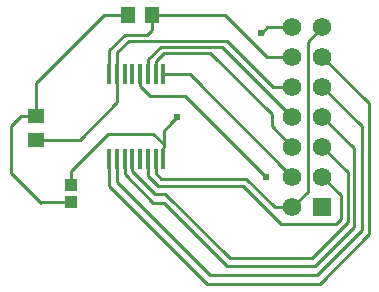
<source format=gtl>
G04 Layer: TopLayer*
G04 EasyEDA v5.9.42, Wed, 03 Apr 2019 18:24:54 GMT*
G04 579cbe9e52b34580ac28a50418072f00*
G04 Gerber Generator version 0.2*
G04 Scale: 100 percent, Rotated: No, Reflected: No *
G04 Dimensions in millimeters *
G04 leading zeros omitted , absolute positions ,3 integer and 3 decimal *
%FSLAX33Y33*%
%MOMM*%
G90*
G71D02*

%ADD10C,0.254000*%
%ADD11C,0.619760*%
%ADD12R,0.406400X1.803400*%
%ADD13R,1.160018X1.450010*%
%ADD14R,1.450010X1.160018*%
%ADD15R,1.099998X0.999998*%
%ADD16R,1.574800X1.574800*%
%ADD17C,1.574800*%

%LPD*%
G54D10*
G01X10266Y18232D02*
G01X10266Y20299D01*
G01X11557Y21590D01*
G01X13462Y21590D01*
G01X13843Y21971D01*
G01X13843Y23241D01*
G01X10927Y18232D02*
G01X10927Y15880D01*
G01X7747Y12700D01*
G01X4064Y12700D01*
G01X4064Y14732D02*
G01X4064Y17526D01*
G01X9779Y23241D01*
G01X11811Y23241D01*
G01X13843Y23241D02*
G01X20066Y23241D01*
G01X23622Y19685D01*
G01X25737Y19685D01*
G01X25770Y19717D01*
G01X10927Y18232D02*
G01X10927Y20071D01*
G01X11938Y21082D01*
G01X20193Y21082D01*
G01X24130Y17145D01*
G01X25737Y17145D01*
G01X25770Y17178D01*
G01X13517Y18232D02*
G01X13517Y19486D01*
G01X14605Y20574D01*
G01X19834Y20574D01*
G01X25770Y14638D01*
G01X14178Y18232D02*
G01X14178Y19385D01*
G01X14859Y20066D01*
G01X18796Y20066D01*
G01X24003Y14859D01*
G01X24003Y13864D01*
G01X25770Y12097D01*
G01X14813Y18232D02*
G01X17095Y18232D01*
G01X25770Y9557D01*
G01X12882Y18232D02*
G01X12882Y17216D01*
G01X13716Y16383D01*
G01X16637Y16383D01*
G01X23495Y9525D01*
G01X4064Y14732D02*
G01X2794Y14732D01*
G01X1905Y13843D01*
G01X1905Y9906D01*
G01X4445Y7366D01*
G01X4506Y7427D01*
G01X6985Y7427D01*
G01X6985Y8829D02*
G01X6985Y10033D01*
G01X10160Y13208D01*
G01X13970Y13208D01*
G01X14859Y12319D01*
G01X14859Y12065D01*
G01X14813Y12019D01*
G01X14813Y11043D01*
G01X14178Y11043D02*
G01X14178Y9824D01*
G01X14605Y9398D01*
G01X21844Y9398D01*
G01X24257Y6985D01*
G01X25737Y6985D01*
G01X25770Y7018D01*
G01X13517Y11043D02*
G01X13517Y9596D01*
G01X14351Y8763D01*
G01X21590Y8763D01*
G01X24257Y6096D01*
G01X24765Y5588D01*
G01X29464Y5588D01*
G01X29845Y5969D01*
G01X29845Y8022D01*
G01X28310Y9557D01*
G01X12222Y11043D02*
G01X12222Y10002D01*
G01X14097Y8128D01*
G01X14986Y8128D01*
G01X20447Y2667D01*
G01X27432Y2667D01*
G01X30480Y5715D01*
G01X30480Y9927D01*
G01X28310Y12097D01*
G01X11562Y11043D02*
G01X11562Y9773D01*
G01X13970Y7366D01*
G01X14859Y7366D01*
G01X16510Y5715D01*
G01X20193Y2032D01*
G01X27686Y2032D01*
G01X30988Y5334D01*
G01X30988Y11959D01*
G01X28310Y14637D01*
G01X28310Y17177D02*
G01X28310Y17155D01*
G01X31623Y13843D01*
G01X31623Y5080D01*
G01X27813Y1270D01*
G01X18796Y1270D01*
G01X10922Y9144D01*
G01X10927Y9149D01*
G01X10927Y11043D01*
G01X10266Y11043D02*
G01X10266Y8783D01*
G01X18542Y508D01*
G01X28067Y508D01*
G01X32258Y4699D01*
G01X32258Y15769D01*
G01X28310Y19717D01*
G01X25770Y22257D02*
G01X23654Y22257D01*
G01X23241Y21844D01*
G01X23114Y21717D01*
G01X16002Y14605D02*
G01X15494Y14097D01*
G01X14859Y13462D01*
G01X14859Y12319D01*
G01X28310Y22257D02*
G01X28310Y22214D01*
G01X27051Y20955D01*
G01X27051Y8298D01*
G01X25770Y7017D01*
G54D12*
G01X10266Y11043D03*
G01X10927Y11043D03*
G01X11562Y11043D03*
G01X12222Y11043D03*
G01X12882Y11043D03*
G01X13517Y11043D03*
G01X14178Y11043D03*
G01X14813Y11043D03*
G01X14813Y18232D03*
G01X14178Y18232D03*
G01X13517Y18232D03*
G01X12882Y18232D03*
G01X12222Y18232D03*
G01X11562Y18232D03*
G01X10927Y18232D03*
G01X10266Y18232D03*
G54D13*
G01X11811Y23241D03*
G01X13843Y23241D03*
G54D14*
G01X4064Y14732D03*
G01X4064Y12700D03*
G54D15*
G01X6985Y8828D03*
G01X6985Y7427D03*
G54D16*
G01X28310Y7018D03*
G54D17*
G01X25770Y7018D03*
G01X28310Y9558D03*
G01X25770Y9558D03*
G01X28310Y12098D03*
G01X25770Y12098D03*
G01X28310Y14638D03*
G01X25770Y14638D03*
G01X28310Y17178D03*
G01X25770Y17178D03*
G01X28310Y19718D03*
G01X25770Y19718D03*
G01X28310Y22258D03*
G01X25770Y22258D03*
G54D11*
G01X23114Y21717D03*
G01X16002Y14605D03*
G01X23495Y9525D03*
M00*
M02*

</source>
